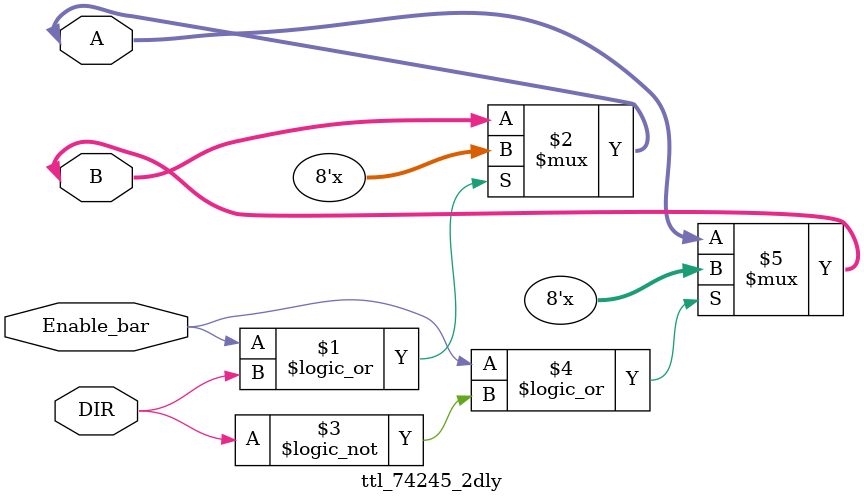
<source format=v>
`default_nettype none
`timescale 1ns/1ns

module ttl_74245_2dly #(parameter DELAY_AB = 12, DELAY_BA = 12)
(
    input wire DIR,
    input wire Enable_bar,
    inout wire [7:0] A,
    inout wire [7:0] B
);
    assign #DELAY_BA A = (Enable_bar ||  DIR) ? 8'hzz : B; //B->A
    assign #DELAY_AB B = (Enable_bar || !DIR) ? 8'hzz : A; //A->B
endmodule

</source>
